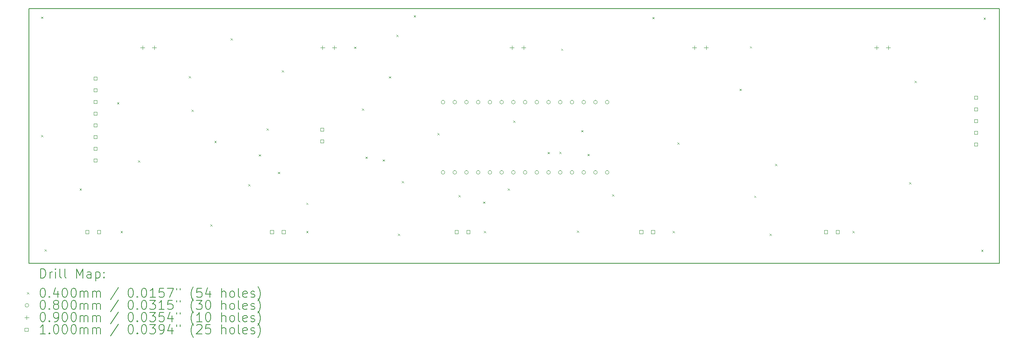
<source format=gbr>
%FSLAX45Y45*%
G04 Gerber Fmt 4.5, Leading zero omitted, Abs format (unit mm)*
G04 Created by KiCad (PCBNEW (6.0.0-0)) date 2024-09-02 12:42:08*
%MOMM*%
%LPD*%
G01*
G04 APERTURE LIST*
%TA.AperFunction,Profile*%
%ADD10C,0.150000*%
%TD*%
%ADD11C,0.200000*%
%ADD12C,0.040000*%
%ADD13C,0.080000*%
%ADD14C,0.090000*%
%ADD15C,0.100000*%
G04 APERTURE END LIST*
D10*
X26202500Y-10582500D02*
X5187500Y-10582500D01*
X5187500Y-10582500D02*
X5187500Y-5055000D01*
X5187500Y-5055000D02*
X26202500Y-5055000D01*
X26202500Y-5055000D02*
X26202500Y-10582500D01*
D11*
D12*
X5447500Y-7800000D02*
X5487500Y-7840000D01*
X5487500Y-7800000D02*
X5447500Y-7840000D01*
X5450000Y-5227500D02*
X5490000Y-5267500D01*
X5490000Y-5227500D02*
X5450000Y-5267500D01*
X5522500Y-10277500D02*
X5562500Y-10317500D01*
X5562500Y-10277500D02*
X5522500Y-10317500D01*
X6282500Y-8957500D02*
X6322500Y-8997500D01*
X6322500Y-8957500D02*
X6282500Y-8997500D01*
X7095000Y-7085000D02*
X7135000Y-7125000D01*
X7135000Y-7085000D02*
X7095000Y-7125000D01*
X7170000Y-9880000D02*
X7210000Y-9920000D01*
X7210000Y-9880000D02*
X7170000Y-9920000D01*
X7547500Y-8347500D02*
X7587500Y-8387500D01*
X7587500Y-8347500D02*
X7547500Y-8387500D01*
X8650000Y-6520000D02*
X8690000Y-6560000D01*
X8690000Y-6520000D02*
X8650000Y-6560000D01*
X8705000Y-7250000D02*
X8745000Y-7290000D01*
X8745000Y-7250000D02*
X8705000Y-7290000D01*
X9115000Y-9735000D02*
X9155000Y-9775000D01*
X9155000Y-9735000D02*
X9115000Y-9775000D01*
X9202500Y-7925000D02*
X9242500Y-7965000D01*
X9242500Y-7925000D02*
X9202500Y-7965000D01*
X9555000Y-5697500D02*
X9595000Y-5737500D01*
X9595000Y-5697500D02*
X9555000Y-5737500D01*
X9932500Y-8867500D02*
X9972500Y-8907500D01*
X9972500Y-8867500D02*
X9932500Y-8907500D01*
X10165000Y-8217500D02*
X10205000Y-8257500D01*
X10205000Y-8217500D02*
X10165000Y-8257500D01*
X10335000Y-7652500D02*
X10375000Y-7692500D01*
X10375000Y-7652500D02*
X10335000Y-7692500D01*
X10581250Y-8598750D02*
X10621250Y-8638750D01*
X10621250Y-8598750D02*
X10581250Y-8638750D01*
X10662500Y-6395000D02*
X10702500Y-6435000D01*
X10702500Y-6395000D02*
X10662500Y-6435000D01*
X11192500Y-9267500D02*
X11232500Y-9307500D01*
X11232500Y-9267500D02*
X11192500Y-9307500D01*
X11192500Y-9880000D02*
X11232500Y-9920000D01*
X11232500Y-9880000D02*
X11192500Y-9920000D01*
X12227500Y-5880000D02*
X12267500Y-5920000D01*
X12267500Y-5880000D02*
X12227500Y-5920000D01*
X12397500Y-7220000D02*
X12437500Y-7260000D01*
X12437500Y-7220000D02*
X12397500Y-7260000D01*
X12472500Y-8267500D02*
X12512500Y-8307500D01*
X12512500Y-8267500D02*
X12472500Y-8307500D01*
X12850000Y-8327500D02*
X12890000Y-8367500D01*
X12890000Y-8327500D02*
X12850000Y-8367500D01*
X12980000Y-6525000D02*
X13020000Y-6565000D01*
X13020000Y-6525000D02*
X12980000Y-6565000D01*
X13145000Y-5622500D02*
X13185000Y-5662500D01*
X13185000Y-5622500D02*
X13145000Y-5662500D01*
X13175000Y-9937500D02*
X13215000Y-9977500D01*
X13215000Y-9937500D02*
X13175000Y-9977500D01*
X13260000Y-8797500D02*
X13300000Y-8837500D01*
X13300000Y-8797500D02*
X13260000Y-8837500D01*
X13520000Y-5200000D02*
X13560000Y-5240000D01*
X13560000Y-5200000D02*
X13520000Y-5240000D01*
X14032500Y-7757500D02*
X14072500Y-7797500D01*
X14072500Y-7757500D02*
X14032500Y-7797500D01*
X14487500Y-9100000D02*
X14527500Y-9140000D01*
X14527500Y-9100000D02*
X14487500Y-9140000D01*
X15022500Y-9242500D02*
X15062500Y-9282500D01*
X15062500Y-9242500D02*
X15022500Y-9282500D01*
X15037500Y-9880000D02*
X15077500Y-9920000D01*
X15077500Y-9880000D02*
X15037500Y-9920000D01*
X15557500Y-8957500D02*
X15597500Y-8997500D01*
X15597500Y-8957500D02*
X15557500Y-8997500D01*
X15672500Y-7487500D02*
X15712500Y-7527500D01*
X15712500Y-7487500D02*
X15672500Y-7527500D01*
X16420000Y-8167500D02*
X16460000Y-8207500D01*
X16460000Y-8167500D02*
X16420000Y-8207500D01*
X16674000Y-8163500D02*
X16714000Y-8203500D01*
X16714000Y-8163500D02*
X16674000Y-8203500D01*
X16712500Y-5922500D02*
X16752500Y-5962500D01*
X16752500Y-5922500D02*
X16712500Y-5962500D01*
X17052500Y-9870000D02*
X17092500Y-9910000D01*
X17092500Y-9870000D02*
X17052500Y-9910000D01*
X17147500Y-7692500D02*
X17187500Y-7732500D01*
X17187500Y-7692500D02*
X17147500Y-7732500D01*
X17282500Y-8210000D02*
X17322500Y-8250000D01*
X17322500Y-8210000D02*
X17282500Y-8250000D01*
X17817500Y-9082500D02*
X17857500Y-9122500D01*
X17857500Y-9082500D02*
X17817500Y-9122500D01*
X18690000Y-5237500D02*
X18730000Y-5277500D01*
X18730000Y-5237500D02*
X18690000Y-5277500D01*
X19130000Y-9880000D02*
X19170000Y-9920000D01*
X19170000Y-9880000D02*
X19130000Y-9920000D01*
X19232500Y-7957500D02*
X19272500Y-7997500D01*
X19272500Y-7957500D02*
X19232500Y-7997500D01*
X20577500Y-6795000D02*
X20617500Y-6835000D01*
X20617500Y-6795000D02*
X20577500Y-6835000D01*
X20802500Y-5872500D02*
X20842500Y-5912500D01*
X20842500Y-5872500D02*
X20802500Y-5912500D01*
X20895000Y-9115000D02*
X20935000Y-9155000D01*
X20935000Y-9115000D02*
X20895000Y-9155000D01*
X21230000Y-9937500D02*
X21270000Y-9977500D01*
X21270000Y-9937500D02*
X21230000Y-9977500D01*
X21347500Y-8427500D02*
X21387500Y-8467500D01*
X21387500Y-8427500D02*
X21347500Y-8467500D01*
X23025000Y-9880000D02*
X23065000Y-9920000D01*
X23065000Y-9880000D02*
X23025000Y-9920000D01*
X24250000Y-8825000D02*
X24290000Y-8865000D01*
X24290000Y-8825000D02*
X24250000Y-8865000D01*
X24367500Y-6620000D02*
X24407500Y-6660000D01*
X24407500Y-6620000D02*
X24367500Y-6660000D01*
X25815000Y-10287500D02*
X25855000Y-10327500D01*
X25855000Y-10287500D02*
X25815000Y-10327500D01*
X25865000Y-5250000D02*
X25905000Y-5290000D01*
X25905000Y-5250000D02*
X25865000Y-5290000D01*
D13*
X14194000Y-7083000D02*
G75*
G03*
X14194000Y-7083000I-40000J0D01*
G01*
X14194000Y-8607000D02*
G75*
G03*
X14194000Y-8607000I-40000J0D01*
G01*
X14448000Y-7083000D02*
G75*
G03*
X14448000Y-7083000I-40000J0D01*
G01*
X14448000Y-8607000D02*
G75*
G03*
X14448000Y-8607000I-40000J0D01*
G01*
X14702000Y-7083000D02*
G75*
G03*
X14702000Y-7083000I-40000J0D01*
G01*
X14702000Y-8607000D02*
G75*
G03*
X14702000Y-8607000I-40000J0D01*
G01*
X14956000Y-7083000D02*
G75*
G03*
X14956000Y-7083000I-40000J0D01*
G01*
X14956000Y-8607000D02*
G75*
G03*
X14956000Y-8607000I-40000J0D01*
G01*
X15210000Y-7083000D02*
G75*
G03*
X15210000Y-7083000I-40000J0D01*
G01*
X15210000Y-8607000D02*
G75*
G03*
X15210000Y-8607000I-40000J0D01*
G01*
X15464000Y-7083000D02*
G75*
G03*
X15464000Y-7083000I-40000J0D01*
G01*
X15464000Y-8607000D02*
G75*
G03*
X15464000Y-8607000I-40000J0D01*
G01*
X15718000Y-7083000D02*
G75*
G03*
X15718000Y-7083000I-40000J0D01*
G01*
X15718000Y-8607000D02*
G75*
G03*
X15718000Y-8607000I-40000J0D01*
G01*
X15972000Y-7083000D02*
G75*
G03*
X15972000Y-7083000I-40000J0D01*
G01*
X15972000Y-8607000D02*
G75*
G03*
X15972000Y-8607000I-40000J0D01*
G01*
X16226000Y-7083000D02*
G75*
G03*
X16226000Y-7083000I-40000J0D01*
G01*
X16226000Y-8607000D02*
G75*
G03*
X16226000Y-8607000I-40000J0D01*
G01*
X16480000Y-7083000D02*
G75*
G03*
X16480000Y-7083000I-40000J0D01*
G01*
X16480000Y-8607000D02*
G75*
G03*
X16480000Y-8607000I-40000J0D01*
G01*
X16734000Y-7083000D02*
G75*
G03*
X16734000Y-7083000I-40000J0D01*
G01*
X16734000Y-8607000D02*
G75*
G03*
X16734000Y-8607000I-40000J0D01*
G01*
X16988000Y-7083000D02*
G75*
G03*
X16988000Y-7083000I-40000J0D01*
G01*
X16988000Y-8607000D02*
G75*
G03*
X16988000Y-8607000I-40000J0D01*
G01*
X17242000Y-7083000D02*
G75*
G03*
X17242000Y-7083000I-40000J0D01*
G01*
X17242000Y-8607000D02*
G75*
G03*
X17242000Y-8607000I-40000J0D01*
G01*
X17496000Y-7083000D02*
G75*
G03*
X17496000Y-7083000I-40000J0D01*
G01*
X17496000Y-8607000D02*
G75*
G03*
X17496000Y-8607000I-40000J0D01*
G01*
X17750000Y-7083000D02*
G75*
G03*
X17750000Y-7083000I-40000J0D01*
G01*
X17750000Y-8607000D02*
G75*
G03*
X17750000Y-8607000I-40000J0D01*
G01*
D14*
X7646000Y-5855000D02*
X7646000Y-5945000D01*
X7601000Y-5900000D02*
X7691000Y-5900000D01*
X7900000Y-5855000D02*
X7900000Y-5945000D01*
X7855000Y-5900000D02*
X7945000Y-5900000D01*
X11546000Y-5855000D02*
X11546000Y-5945000D01*
X11501000Y-5900000D02*
X11591000Y-5900000D01*
X11800000Y-5855000D02*
X11800000Y-5945000D01*
X11755000Y-5900000D02*
X11845000Y-5900000D01*
X15646000Y-5855000D02*
X15646000Y-5945000D01*
X15601000Y-5900000D02*
X15691000Y-5900000D01*
X15900000Y-5855000D02*
X15900000Y-5945000D01*
X15855000Y-5900000D02*
X15945000Y-5900000D01*
X19600000Y-5855000D02*
X19600000Y-5945000D01*
X19555000Y-5900000D02*
X19645000Y-5900000D01*
X19854000Y-5855000D02*
X19854000Y-5945000D01*
X19809000Y-5900000D02*
X19899000Y-5900000D01*
X23546000Y-5855000D02*
X23546000Y-5945000D01*
X23501000Y-5900000D02*
X23591000Y-5900000D01*
X23800000Y-5855000D02*
X23800000Y-5945000D01*
X23755000Y-5900000D02*
X23845000Y-5900000D01*
D15*
X6481356Y-9935356D02*
X6481356Y-9864644D01*
X6410644Y-9864644D01*
X6410644Y-9935356D01*
X6481356Y-9935356D01*
X6660356Y-6604856D02*
X6660356Y-6534144D01*
X6589644Y-6534144D01*
X6589644Y-6604856D01*
X6660356Y-6604856D01*
X6660356Y-6858856D02*
X6660356Y-6788144D01*
X6589644Y-6788144D01*
X6589644Y-6858856D01*
X6660356Y-6858856D01*
X6660356Y-7112856D02*
X6660356Y-7042144D01*
X6589644Y-7042144D01*
X6589644Y-7112856D01*
X6660356Y-7112856D01*
X6660356Y-7366856D02*
X6660356Y-7296144D01*
X6589644Y-7296144D01*
X6589644Y-7366856D01*
X6660356Y-7366856D01*
X6660356Y-7620856D02*
X6660356Y-7550144D01*
X6589644Y-7550144D01*
X6589644Y-7620856D01*
X6660356Y-7620856D01*
X6660356Y-7874856D02*
X6660356Y-7804144D01*
X6589644Y-7804144D01*
X6589644Y-7874856D01*
X6660356Y-7874856D01*
X6660356Y-8128856D02*
X6660356Y-8058144D01*
X6589644Y-8058144D01*
X6589644Y-8128856D01*
X6660356Y-8128856D01*
X6660356Y-8382856D02*
X6660356Y-8312144D01*
X6589644Y-8312144D01*
X6589644Y-8382856D01*
X6660356Y-8382856D01*
X6735356Y-9935356D02*
X6735356Y-9864644D01*
X6664644Y-9864644D01*
X6664644Y-9935356D01*
X6735356Y-9935356D01*
X10481356Y-9935356D02*
X10481356Y-9864644D01*
X10410644Y-9864644D01*
X10410644Y-9935356D01*
X10481356Y-9935356D01*
X10735356Y-9935356D02*
X10735356Y-9864644D01*
X10664644Y-9864644D01*
X10664644Y-9935356D01*
X10735356Y-9935356D01*
X11567856Y-7716356D02*
X11567856Y-7645644D01*
X11497144Y-7645644D01*
X11497144Y-7716356D01*
X11567856Y-7716356D01*
X11567856Y-7970356D02*
X11567856Y-7899644D01*
X11497144Y-7899644D01*
X11497144Y-7970356D01*
X11567856Y-7970356D01*
X14481356Y-9935356D02*
X14481356Y-9864644D01*
X14410644Y-9864644D01*
X14410644Y-9935356D01*
X14481356Y-9935356D01*
X14735356Y-9935356D02*
X14735356Y-9864644D01*
X14664644Y-9864644D01*
X14664644Y-9935356D01*
X14735356Y-9935356D01*
X18481356Y-9935356D02*
X18481356Y-9864644D01*
X18410644Y-9864644D01*
X18410644Y-9935356D01*
X18481356Y-9935356D01*
X18735356Y-9935356D02*
X18735356Y-9864644D01*
X18664644Y-9864644D01*
X18664644Y-9935356D01*
X18735356Y-9935356D01*
X22481356Y-9935356D02*
X22481356Y-9864644D01*
X22410644Y-9864644D01*
X22410644Y-9935356D01*
X22481356Y-9935356D01*
X22735356Y-9935356D02*
X22735356Y-9864644D01*
X22664644Y-9864644D01*
X22664644Y-9935356D01*
X22735356Y-9935356D01*
X25735356Y-7019356D02*
X25735356Y-6948644D01*
X25664644Y-6948644D01*
X25664644Y-7019356D01*
X25735356Y-7019356D01*
X25735356Y-7273356D02*
X25735356Y-7202644D01*
X25664644Y-7202644D01*
X25664644Y-7273356D01*
X25735356Y-7273356D01*
X25735356Y-7527356D02*
X25735356Y-7456644D01*
X25664644Y-7456644D01*
X25664644Y-7527356D01*
X25735356Y-7527356D01*
X25735356Y-7781356D02*
X25735356Y-7710644D01*
X25664644Y-7710644D01*
X25664644Y-7781356D01*
X25735356Y-7781356D01*
X25735356Y-8035356D02*
X25735356Y-7964644D01*
X25664644Y-7964644D01*
X25664644Y-8035356D01*
X25735356Y-8035356D01*
D11*
X5437619Y-10900476D02*
X5437619Y-10700476D01*
X5485238Y-10700476D01*
X5513810Y-10710000D01*
X5532857Y-10729048D01*
X5542381Y-10748095D01*
X5551905Y-10786190D01*
X5551905Y-10814762D01*
X5542381Y-10852857D01*
X5532857Y-10871905D01*
X5513810Y-10890952D01*
X5485238Y-10900476D01*
X5437619Y-10900476D01*
X5637619Y-10900476D02*
X5637619Y-10767143D01*
X5637619Y-10805238D02*
X5647143Y-10786190D01*
X5656667Y-10776667D01*
X5675714Y-10767143D01*
X5694762Y-10767143D01*
X5761428Y-10900476D02*
X5761428Y-10767143D01*
X5761428Y-10700476D02*
X5751905Y-10710000D01*
X5761428Y-10719524D01*
X5770952Y-10710000D01*
X5761428Y-10700476D01*
X5761428Y-10719524D01*
X5885238Y-10900476D02*
X5866190Y-10890952D01*
X5856667Y-10871905D01*
X5856667Y-10700476D01*
X5990000Y-10900476D02*
X5970952Y-10890952D01*
X5961428Y-10871905D01*
X5961428Y-10700476D01*
X6218571Y-10900476D02*
X6218571Y-10700476D01*
X6285238Y-10843333D01*
X6351905Y-10700476D01*
X6351905Y-10900476D01*
X6532857Y-10900476D02*
X6532857Y-10795714D01*
X6523333Y-10776667D01*
X6504286Y-10767143D01*
X6466190Y-10767143D01*
X6447143Y-10776667D01*
X6532857Y-10890952D02*
X6513809Y-10900476D01*
X6466190Y-10900476D01*
X6447143Y-10890952D01*
X6437619Y-10871905D01*
X6437619Y-10852857D01*
X6447143Y-10833810D01*
X6466190Y-10824286D01*
X6513809Y-10824286D01*
X6532857Y-10814762D01*
X6628095Y-10767143D02*
X6628095Y-10967143D01*
X6628095Y-10776667D02*
X6647143Y-10767143D01*
X6685238Y-10767143D01*
X6704286Y-10776667D01*
X6713809Y-10786190D01*
X6723333Y-10805238D01*
X6723333Y-10862381D01*
X6713809Y-10881429D01*
X6704286Y-10890952D01*
X6685238Y-10900476D01*
X6647143Y-10900476D01*
X6628095Y-10890952D01*
X6809048Y-10881429D02*
X6818571Y-10890952D01*
X6809048Y-10900476D01*
X6799524Y-10890952D01*
X6809048Y-10881429D01*
X6809048Y-10900476D01*
X6809048Y-10776667D02*
X6818571Y-10786190D01*
X6809048Y-10795714D01*
X6799524Y-10786190D01*
X6809048Y-10776667D01*
X6809048Y-10795714D01*
D12*
X5140000Y-11210000D02*
X5180000Y-11250000D01*
X5180000Y-11210000D02*
X5140000Y-11250000D01*
D11*
X5475714Y-11120476D02*
X5494762Y-11120476D01*
X5513810Y-11130000D01*
X5523333Y-11139524D01*
X5532857Y-11158571D01*
X5542381Y-11196667D01*
X5542381Y-11244286D01*
X5532857Y-11282381D01*
X5523333Y-11301428D01*
X5513810Y-11310952D01*
X5494762Y-11320476D01*
X5475714Y-11320476D01*
X5456667Y-11310952D01*
X5447143Y-11301428D01*
X5437619Y-11282381D01*
X5428095Y-11244286D01*
X5428095Y-11196667D01*
X5437619Y-11158571D01*
X5447143Y-11139524D01*
X5456667Y-11130000D01*
X5475714Y-11120476D01*
X5628095Y-11301428D02*
X5637619Y-11310952D01*
X5628095Y-11320476D01*
X5618571Y-11310952D01*
X5628095Y-11301428D01*
X5628095Y-11320476D01*
X5809048Y-11187143D02*
X5809048Y-11320476D01*
X5761428Y-11110952D02*
X5713809Y-11253809D01*
X5837619Y-11253809D01*
X5951905Y-11120476D02*
X5970952Y-11120476D01*
X5990000Y-11130000D01*
X5999524Y-11139524D01*
X6009048Y-11158571D01*
X6018571Y-11196667D01*
X6018571Y-11244286D01*
X6009048Y-11282381D01*
X5999524Y-11301428D01*
X5990000Y-11310952D01*
X5970952Y-11320476D01*
X5951905Y-11320476D01*
X5932857Y-11310952D01*
X5923333Y-11301428D01*
X5913809Y-11282381D01*
X5904286Y-11244286D01*
X5904286Y-11196667D01*
X5913809Y-11158571D01*
X5923333Y-11139524D01*
X5932857Y-11130000D01*
X5951905Y-11120476D01*
X6142381Y-11120476D02*
X6161428Y-11120476D01*
X6180476Y-11130000D01*
X6190000Y-11139524D01*
X6199524Y-11158571D01*
X6209048Y-11196667D01*
X6209048Y-11244286D01*
X6199524Y-11282381D01*
X6190000Y-11301428D01*
X6180476Y-11310952D01*
X6161428Y-11320476D01*
X6142381Y-11320476D01*
X6123333Y-11310952D01*
X6113809Y-11301428D01*
X6104286Y-11282381D01*
X6094762Y-11244286D01*
X6094762Y-11196667D01*
X6104286Y-11158571D01*
X6113809Y-11139524D01*
X6123333Y-11130000D01*
X6142381Y-11120476D01*
X6294762Y-11320476D02*
X6294762Y-11187143D01*
X6294762Y-11206190D02*
X6304286Y-11196667D01*
X6323333Y-11187143D01*
X6351905Y-11187143D01*
X6370952Y-11196667D01*
X6380476Y-11215714D01*
X6380476Y-11320476D01*
X6380476Y-11215714D02*
X6390000Y-11196667D01*
X6409048Y-11187143D01*
X6437619Y-11187143D01*
X6456667Y-11196667D01*
X6466190Y-11215714D01*
X6466190Y-11320476D01*
X6561428Y-11320476D02*
X6561428Y-11187143D01*
X6561428Y-11206190D02*
X6570952Y-11196667D01*
X6590000Y-11187143D01*
X6618571Y-11187143D01*
X6637619Y-11196667D01*
X6647143Y-11215714D01*
X6647143Y-11320476D01*
X6647143Y-11215714D02*
X6656667Y-11196667D01*
X6675714Y-11187143D01*
X6704286Y-11187143D01*
X6723333Y-11196667D01*
X6732857Y-11215714D01*
X6732857Y-11320476D01*
X7123333Y-11110952D02*
X6951905Y-11368095D01*
X7380476Y-11120476D02*
X7399524Y-11120476D01*
X7418571Y-11130000D01*
X7428095Y-11139524D01*
X7437619Y-11158571D01*
X7447143Y-11196667D01*
X7447143Y-11244286D01*
X7437619Y-11282381D01*
X7428095Y-11301428D01*
X7418571Y-11310952D01*
X7399524Y-11320476D01*
X7380476Y-11320476D01*
X7361428Y-11310952D01*
X7351905Y-11301428D01*
X7342381Y-11282381D01*
X7332857Y-11244286D01*
X7332857Y-11196667D01*
X7342381Y-11158571D01*
X7351905Y-11139524D01*
X7361428Y-11130000D01*
X7380476Y-11120476D01*
X7532857Y-11301428D02*
X7542381Y-11310952D01*
X7532857Y-11320476D01*
X7523333Y-11310952D01*
X7532857Y-11301428D01*
X7532857Y-11320476D01*
X7666190Y-11120476D02*
X7685238Y-11120476D01*
X7704286Y-11130000D01*
X7713809Y-11139524D01*
X7723333Y-11158571D01*
X7732857Y-11196667D01*
X7732857Y-11244286D01*
X7723333Y-11282381D01*
X7713809Y-11301428D01*
X7704286Y-11310952D01*
X7685238Y-11320476D01*
X7666190Y-11320476D01*
X7647143Y-11310952D01*
X7637619Y-11301428D01*
X7628095Y-11282381D01*
X7618571Y-11244286D01*
X7618571Y-11196667D01*
X7628095Y-11158571D01*
X7637619Y-11139524D01*
X7647143Y-11130000D01*
X7666190Y-11120476D01*
X7923333Y-11320476D02*
X7809048Y-11320476D01*
X7866190Y-11320476D02*
X7866190Y-11120476D01*
X7847143Y-11149048D01*
X7828095Y-11168095D01*
X7809048Y-11177619D01*
X8104286Y-11120476D02*
X8009048Y-11120476D01*
X7999524Y-11215714D01*
X8009048Y-11206190D01*
X8028095Y-11196667D01*
X8075714Y-11196667D01*
X8094762Y-11206190D01*
X8104286Y-11215714D01*
X8113809Y-11234762D01*
X8113809Y-11282381D01*
X8104286Y-11301428D01*
X8094762Y-11310952D01*
X8075714Y-11320476D01*
X8028095Y-11320476D01*
X8009048Y-11310952D01*
X7999524Y-11301428D01*
X8180476Y-11120476D02*
X8313809Y-11120476D01*
X8228095Y-11320476D01*
X8380476Y-11120476D02*
X8380476Y-11158571D01*
X8456667Y-11120476D02*
X8456667Y-11158571D01*
X8751905Y-11396667D02*
X8742381Y-11387143D01*
X8723333Y-11358571D01*
X8713810Y-11339524D01*
X8704286Y-11310952D01*
X8694762Y-11263333D01*
X8694762Y-11225238D01*
X8704286Y-11177619D01*
X8713810Y-11149048D01*
X8723333Y-11130000D01*
X8742381Y-11101429D01*
X8751905Y-11091905D01*
X8923333Y-11120476D02*
X8828095Y-11120476D01*
X8818571Y-11215714D01*
X8828095Y-11206190D01*
X8847143Y-11196667D01*
X8894762Y-11196667D01*
X8913810Y-11206190D01*
X8923333Y-11215714D01*
X8932857Y-11234762D01*
X8932857Y-11282381D01*
X8923333Y-11301428D01*
X8913810Y-11310952D01*
X8894762Y-11320476D01*
X8847143Y-11320476D01*
X8828095Y-11310952D01*
X8818571Y-11301428D01*
X9104286Y-11187143D02*
X9104286Y-11320476D01*
X9056667Y-11110952D02*
X9009048Y-11253809D01*
X9132857Y-11253809D01*
X9361429Y-11320476D02*
X9361429Y-11120476D01*
X9447143Y-11320476D02*
X9447143Y-11215714D01*
X9437619Y-11196667D01*
X9418571Y-11187143D01*
X9390000Y-11187143D01*
X9370952Y-11196667D01*
X9361429Y-11206190D01*
X9570952Y-11320476D02*
X9551905Y-11310952D01*
X9542381Y-11301428D01*
X9532857Y-11282381D01*
X9532857Y-11225238D01*
X9542381Y-11206190D01*
X9551905Y-11196667D01*
X9570952Y-11187143D01*
X9599524Y-11187143D01*
X9618571Y-11196667D01*
X9628095Y-11206190D01*
X9637619Y-11225238D01*
X9637619Y-11282381D01*
X9628095Y-11301428D01*
X9618571Y-11310952D01*
X9599524Y-11320476D01*
X9570952Y-11320476D01*
X9751905Y-11320476D02*
X9732857Y-11310952D01*
X9723333Y-11291905D01*
X9723333Y-11120476D01*
X9904286Y-11310952D02*
X9885238Y-11320476D01*
X9847143Y-11320476D01*
X9828095Y-11310952D01*
X9818571Y-11291905D01*
X9818571Y-11215714D01*
X9828095Y-11196667D01*
X9847143Y-11187143D01*
X9885238Y-11187143D01*
X9904286Y-11196667D01*
X9913810Y-11215714D01*
X9913810Y-11234762D01*
X9818571Y-11253809D01*
X9990000Y-11310952D02*
X10009048Y-11320476D01*
X10047143Y-11320476D01*
X10066190Y-11310952D01*
X10075714Y-11291905D01*
X10075714Y-11282381D01*
X10066190Y-11263333D01*
X10047143Y-11253809D01*
X10018571Y-11253809D01*
X9999524Y-11244286D01*
X9990000Y-11225238D01*
X9990000Y-11215714D01*
X9999524Y-11196667D01*
X10018571Y-11187143D01*
X10047143Y-11187143D01*
X10066190Y-11196667D01*
X10142381Y-11396667D02*
X10151905Y-11387143D01*
X10170952Y-11358571D01*
X10180476Y-11339524D01*
X10190000Y-11310952D01*
X10199524Y-11263333D01*
X10199524Y-11225238D01*
X10190000Y-11177619D01*
X10180476Y-11149048D01*
X10170952Y-11130000D01*
X10151905Y-11101429D01*
X10142381Y-11091905D01*
D13*
X5180000Y-11494000D02*
G75*
G03*
X5180000Y-11494000I-40000J0D01*
G01*
D11*
X5475714Y-11384476D02*
X5494762Y-11384476D01*
X5513810Y-11394000D01*
X5523333Y-11403524D01*
X5532857Y-11422571D01*
X5542381Y-11460667D01*
X5542381Y-11508286D01*
X5532857Y-11546381D01*
X5523333Y-11565428D01*
X5513810Y-11574952D01*
X5494762Y-11584476D01*
X5475714Y-11584476D01*
X5456667Y-11574952D01*
X5447143Y-11565428D01*
X5437619Y-11546381D01*
X5428095Y-11508286D01*
X5428095Y-11460667D01*
X5437619Y-11422571D01*
X5447143Y-11403524D01*
X5456667Y-11394000D01*
X5475714Y-11384476D01*
X5628095Y-11565428D02*
X5637619Y-11574952D01*
X5628095Y-11584476D01*
X5618571Y-11574952D01*
X5628095Y-11565428D01*
X5628095Y-11584476D01*
X5751905Y-11470190D02*
X5732857Y-11460667D01*
X5723333Y-11451143D01*
X5713809Y-11432095D01*
X5713809Y-11422571D01*
X5723333Y-11403524D01*
X5732857Y-11394000D01*
X5751905Y-11384476D01*
X5790000Y-11384476D01*
X5809048Y-11394000D01*
X5818571Y-11403524D01*
X5828095Y-11422571D01*
X5828095Y-11432095D01*
X5818571Y-11451143D01*
X5809048Y-11460667D01*
X5790000Y-11470190D01*
X5751905Y-11470190D01*
X5732857Y-11479714D01*
X5723333Y-11489238D01*
X5713809Y-11508286D01*
X5713809Y-11546381D01*
X5723333Y-11565428D01*
X5732857Y-11574952D01*
X5751905Y-11584476D01*
X5790000Y-11584476D01*
X5809048Y-11574952D01*
X5818571Y-11565428D01*
X5828095Y-11546381D01*
X5828095Y-11508286D01*
X5818571Y-11489238D01*
X5809048Y-11479714D01*
X5790000Y-11470190D01*
X5951905Y-11384476D02*
X5970952Y-11384476D01*
X5990000Y-11394000D01*
X5999524Y-11403524D01*
X6009048Y-11422571D01*
X6018571Y-11460667D01*
X6018571Y-11508286D01*
X6009048Y-11546381D01*
X5999524Y-11565428D01*
X5990000Y-11574952D01*
X5970952Y-11584476D01*
X5951905Y-11584476D01*
X5932857Y-11574952D01*
X5923333Y-11565428D01*
X5913809Y-11546381D01*
X5904286Y-11508286D01*
X5904286Y-11460667D01*
X5913809Y-11422571D01*
X5923333Y-11403524D01*
X5932857Y-11394000D01*
X5951905Y-11384476D01*
X6142381Y-11384476D02*
X6161428Y-11384476D01*
X6180476Y-11394000D01*
X6190000Y-11403524D01*
X6199524Y-11422571D01*
X6209048Y-11460667D01*
X6209048Y-11508286D01*
X6199524Y-11546381D01*
X6190000Y-11565428D01*
X6180476Y-11574952D01*
X6161428Y-11584476D01*
X6142381Y-11584476D01*
X6123333Y-11574952D01*
X6113809Y-11565428D01*
X6104286Y-11546381D01*
X6094762Y-11508286D01*
X6094762Y-11460667D01*
X6104286Y-11422571D01*
X6113809Y-11403524D01*
X6123333Y-11394000D01*
X6142381Y-11384476D01*
X6294762Y-11584476D02*
X6294762Y-11451143D01*
X6294762Y-11470190D02*
X6304286Y-11460667D01*
X6323333Y-11451143D01*
X6351905Y-11451143D01*
X6370952Y-11460667D01*
X6380476Y-11479714D01*
X6380476Y-11584476D01*
X6380476Y-11479714D02*
X6390000Y-11460667D01*
X6409048Y-11451143D01*
X6437619Y-11451143D01*
X6456667Y-11460667D01*
X6466190Y-11479714D01*
X6466190Y-11584476D01*
X6561428Y-11584476D02*
X6561428Y-11451143D01*
X6561428Y-11470190D02*
X6570952Y-11460667D01*
X6590000Y-11451143D01*
X6618571Y-11451143D01*
X6637619Y-11460667D01*
X6647143Y-11479714D01*
X6647143Y-11584476D01*
X6647143Y-11479714D02*
X6656667Y-11460667D01*
X6675714Y-11451143D01*
X6704286Y-11451143D01*
X6723333Y-11460667D01*
X6732857Y-11479714D01*
X6732857Y-11584476D01*
X7123333Y-11374952D02*
X6951905Y-11632095D01*
X7380476Y-11384476D02*
X7399524Y-11384476D01*
X7418571Y-11394000D01*
X7428095Y-11403524D01*
X7437619Y-11422571D01*
X7447143Y-11460667D01*
X7447143Y-11508286D01*
X7437619Y-11546381D01*
X7428095Y-11565428D01*
X7418571Y-11574952D01*
X7399524Y-11584476D01*
X7380476Y-11584476D01*
X7361428Y-11574952D01*
X7351905Y-11565428D01*
X7342381Y-11546381D01*
X7332857Y-11508286D01*
X7332857Y-11460667D01*
X7342381Y-11422571D01*
X7351905Y-11403524D01*
X7361428Y-11394000D01*
X7380476Y-11384476D01*
X7532857Y-11565428D02*
X7542381Y-11574952D01*
X7532857Y-11584476D01*
X7523333Y-11574952D01*
X7532857Y-11565428D01*
X7532857Y-11584476D01*
X7666190Y-11384476D02*
X7685238Y-11384476D01*
X7704286Y-11394000D01*
X7713809Y-11403524D01*
X7723333Y-11422571D01*
X7732857Y-11460667D01*
X7732857Y-11508286D01*
X7723333Y-11546381D01*
X7713809Y-11565428D01*
X7704286Y-11574952D01*
X7685238Y-11584476D01*
X7666190Y-11584476D01*
X7647143Y-11574952D01*
X7637619Y-11565428D01*
X7628095Y-11546381D01*
X7618571Y-11508286D01*
X7618571Y-11460667D01*
X7628095Y-11422571D01*
X7637619Y-11403524D01*
X7647143Y-11394000D01*
X7666190Y-11384476D01*
X7799524Y-11384476D02*
X7923333Y-11384476D01*
X7856667Y-11460667D01*
X7885238Y-11460667D01*
X7904286Y-11470190D01*
X7913809Y-11479714D01*
X7923333Y-11498762D01*
X7923333Y-11546381D01*
X7913809Y-11565428D01*
X7904286Y-11574952D01*
X7885238Y-11584476D01*
X7828095Y-11584476D01*
X7809048Y-11574952D01*
X7799524Y-11565428D01*
X8113809Y-11584476D02*
X7999524Y-11584476D01*
X8056667Y-11584476D02*
X8056667Y-11384476D01*
X8037619Y-11413048D01*
X8018571Y-11432095D01*
X7999524Y-11441619D01*
X8294762Y-11384476D02*
X8199524Y-11384476D01*
X8190000Y-11479714D01*
X8199524Y-11470190D01*
X8218571Y-11460667D01*
X8266190Y-11460667D01*
X8285238Y-11470190D01*
X8294762Y-11479714D01*
X8304286Y-11498762D01*
X8304286Y-11546381D01*
X8294762Y-11565428D01*
X8285238Y-11574952D01*
X8266190Y-11584476D01*
X8218571Y-11584476D01*
X8199524Y-11574952D01*
X8190000Y-11565428D01*
X8380476Y-11384476D02*
X8380476Y-11422571D01*
X8456667Y-11384476D02*
X8456667Y-11422571D01*
X8751905Y-11660667D02*
X8742381Y-11651143D01*
X8723333Y-11622571D01*
X8713810Y-11603524D01*
X8704286Y-11574952D01*
X8694762Y-11527333D01*
X8694762Y-11489238D01*
X8704286Y-11441619D01*
X8713810Y-11413048D01*
X8723333Y-11394000D01*
X8742381Y-11365428D01*
X8751905Y-11355905D01*
X8809048Y-11384476D02*
X8932857Y-11384476D01*
X8866190Y-11460667D01*
X8894762Y-11460667D01*
X8913810Y-11470190D01*
X8923333Y-11479714D01*
X8932857Y-11498762D01*
X8932857Y-11546381D01*
X8923333Y-11565428D01*
X8913810Y-11574952D01*
X8894762Y-11584476D01*
X8837619Y-11584476D01*
X8818571Y-11574952D01*
X8809048Y-11565428D01*
X9056667Y-11384476D02*
X9075714Y-11384476D01*
X9094762Y-11394000D01*
X9104286Y-11403524D01*
X9113810Y-11422571D01*
X9123333Y-11460667D01*
X9123333Y-11508286D01*
X9113810Y-11546381D01*
X9104286Y-11565428D01*
X9094762Y-11574952D01*
X9075714Y-11584476D01*
X9056667Y-11584476D01*
X9037619Y-11574952D01*
X9028095Y-11565428D01*
X9018571Y-11546381D01*
X9009048Y-11508286D01*
X9009048Y-11460667D01*
X9018571Y-11422571D01*
X9028095Y-11403524D01*
X9037619Y-11394000D01*
X9056667Y-11384476D01*
X9361429Y-11584476D02*
X9361429Y-11384476D01*
X9447143Y-11584476D02*
X9447143Y-11479714D01*
X9437619Y-11460667D01*
X9418571Y-11451143D01*
X9390000Y-11451143D01*
X9370952Y-11460667D01*
X9361429Y-11470190D01*
X9570952Y-11584476D02*
X9551905Y-11574952D01*
X9542381Y-11565428D01*
X9532857Y-11546381D01*
X9532857Y-11489238D01*
X9542381Y-11470190D01*
X9551905Y-11460667D01*
X9570952Y-11451143D01*
X9599524Y-11451143D01*
X9618571Y-11460667D01*
X9628095Y-11470190D01*
X9637619Y-11489238D01*
X9637619Y-11546381D01*
X9628095Y-11565428D01*
X9618571Y-11574952D01*
X9599524Y-11584476D01*
X9570952Y-11584476D01*
X9751905Y-11584476D02*
X9732857Y-11574952D01*
X9723333Y-11555905D01*
X9723333Y-11384476D01*
X9904286Y-11574952D02*
X9885238Y-11584476D01*
X9847143Y-11584476D01*
X9828095Y-11574952D01*
X9818571Y-11555905D01*
X9818571Y-11479714D01*
X9828095Y-11460667D01*
X9847143Y-11451143D01*
X9885238Y-11451143D01*
X9904286Y-11460667D01*
X9913810Y-11479714D01*
X9913810Y-11498762D01*
X9818571Y-11517809D01*
X9990000Y-11574952D02*
X10009048Y-11584476D01*
X10047143Y-11584476D01*
X10066190Y-11574952D01*
X10075714Y-11555905D01*
X10075714Y-11546381D01*
X10066190Y-11527333D01*
X10047143Y-11517809D01*
X10018571Y-11517809D01*
X9999524Y-11508286D01*
X9990000Y-11489238D01*
X9990000Y-11479714D01*
X9999524Y-11460667D01*
X10018571Y-11451143D01*
X10047143Y-11451143D01*
X10066190Y-11460667D01*
X10142381Y-11660667D02*
X10151905Y-11651143D01*
X10170952Y-11622571D01*
X10180476Y-11603524D01*
X10190000Y-11574952D01*
X10199524Y-11527333D01*
X10199524Y-11489238D01*
X10190000Y-11441619D01*
X10180476Y-11413048D01*
X10170952Y-11394000D01*
X10151905Y-11365428D01*
X10142381Y-11355905D01*
D14*
X5135000Y-11713000D02*
X5135000Y-11803000D01*
X5090000Y-11758000D02*
X5180000Y-11758000D01*
D11*
X5475714Y-11648476D02*
X5494762Y-11648476D01*
X5513810Y-11658000D01*
X5523333Y-11667524D01*
X5532857Y-11686571D01*
X5542381Y-11724667D01*
X5542381Y-11772286D01*
X5532857Y-11810381D01*
X5523333Y-11829428D01*
X5513810Y-11838952D01*
X5494762Y-11848476D01*
X5475714Y-11848476D01*
X5456667Y-11838952D01*
X5447143Y-11829428D01*
X5437619Y-11810381D01*
X5428095Y-11772286D01*
X5428095Y-11724667D01*
X5437619Y-11686571D01*
X5447143Y-11667524D01*
X5456667Y-11658000D01*
X5475714Y-11648476D01*
X5628095Y-11829428D02*
X5637619Y-11838952D01*
X5628095Y-11848476D01*
X5618571Y-11838952D01*
X5628095Y-11829428D01*
X5628095Y-11848476D01*
X5732857Y-11848476D02*
X5770952Y-11848476D01*
X5790000Y-11838952D01*
X5799524Y-11829428D01*
X5818571Y-11800857D01*
X5828095Y-11762762D01*
X5828095Y-11686571D01*
X5818571Y-11667524D01*
X5809048Y-11658000D01*
X5790000Y-11648476D01*
X5751905Y-11648476D01*
X5732857Y-11658000D01*
X5723333Y-11667524D01*
X5713809Y-11686571D01*
X5713809Y-11734190D01*
X5723333Y-11753238D01*
X5732857Y-11762762D01*
X5751905Y-11772286D01*
X5790000Y-11772286D01*
X5809048Y-11762762D01*
X5818571Y-11753238D01*
X5828095Y-11734190D01*
X5951905Y-11648476D02*
X5970952Y-11648476D01*
X5990000Y-11658000D01*
X5999524Y-11667524D01*
X6009048Y-11686571D01*
X6018571Y-11724667D01*
X6018571Y-11772286D01*
X6009048Y-11810381D01*
X5999524Y-11829428D01*
X5990000Y-11838952D01*
X5970952Y-11848476D01*
X5951905Y-11848476D01*
X5932857Y-11838952D01*
X5923333Y-11829428D01*
X5913809Y-11810381D01*
X5904286Y-11772286D01*
X5904286Y-11724667D01*
X5913809Y-11686571D01*
X5923333Y-11667524D01*
X5932857Y-11658000D01*
X5951905Y-11648476D01*
X6142381Y-11648476D02*
X6161428Y-11648476D01*
X6180476Y-11658000D01*
X6190000Y-11667524D01*
X6199524Y-11686571D01*
X6209048Y-11724667D01*
X6209048Y-11772286D01*
X6199524Y-11810381D01*
X6190000Y-11829428D01*
X6180476Y-11838952D01*
X6161428Y-11848476D01*
X6142381Y-11848476D01*
X6123333Y-11838952D01*
X6113809Y-11829428D01*
X6104286Y-11810381D01*
X6094762Y-11772286D01*
X6094762Y-11724667D01*
X6104286Y-11686571D01*
X6113809Y-11667524D01*
X6123333Y-11658000D01*
X6142381Y-11648476D01*
X6294762Y-11848476D02*
X6294762Y-11715143D01*
X6294762Y-11734190D02*
X6304286Y-11724667D01*
X6323333Y-11715143D01*
X6351905Y-11715143D01*
X6370952Y-11724667D01*
X6380476Y-11743714D01*
X6380476Y-11848476D01*
X6380476Y-11743714D02*
X6390000Y-11724667D01*
X6409048Y-11715143D01*
X6437619Y-11715143D01*
X6456667Y-11724667D01*
X6466190Y-11743714D01*
X6466190Y-11848476D01*
X6561428Y-11848476D02*
X6561428Y-11715143D01*
X6561428Y-11734190D02*
X6570952Y-11724667D01*
X6590000Y-11715143D01*
X6618571Y-11715143D01*
X6637619Y-11724667D01*
X6647143Y-11743714D01*
X6647143Y-11848476D01*
X6647143Y-11743714D02*
X6656667Y-11724667D01*
X6675714Y-11715143D01*
X6704286Y-11715143D01*
X6723333Y-11724667D01*
X6732857Y-11743714D01*
X6732857Y-11848476D01*
X7123333Y-11638952D02*
X6951905Y-11896095D01*
X7380476Y-11648476D02*
X7399524Y-11648476D01*
X7418571Y-11658000D01*
X7428095Y-11667524D01*
X7437619Y-11686571D01*
X7447143Y-11724667D01*
X7447143Y-11772286D01*
X7437619Y-11810381D01*
X7428095Y-11829428D01*
X7418571Y-11838952D01*
X7399524Y-11848476D01*
X7380476Y-11848476D01*
X7361428Y-11838952D01*
X7351905Y-11829428D01*
X7342381Y-11810381D01*
X7332857Y-11772286D01*
X7332857Y-11724667D01*
X7342381Y-11686571D01*
X7351905Y-11667524D01*
X7361428Y-11658000D01*
X7380476Y-11648476D01*
X7532857Y-11829428D02*
X7542381Y-11838952D01*
X7532857Y-11848476D01*
X7523333Y-11838952D01*
X7532857Y-11829428D01*
X7532857Y-11848476D01*
X7666190Y-11648476D02*
X7685238Y-11648476D01*
X7704286Y-11658000D01*
X7713809Y-11667524D01*
X7723333Y-11686571D01*
X7732857Y-11724667D01*
X7732857Y-11772286D01*
X7723333Y-11810381D01*
X7713809Y-11829428D01*
X7704286Y-11838952D01*
X7685238Y-11848476D01*
X7666190Y-11848476D01*
X7647143Y-11838952D01*
X7637619Y-11829428D01*
X7628095Y-11810381D01*
X7618571Y-11772286D01*
X7618571Y-11724667D01*
X7628095Y-11686571D01*
X7637619Y-11667524D01*
X7647143Y-11658000D01*
X7666190Y-11648476D01*
X7799524Y-11648476D02*
X7923333Y-11648476D01*
X7856667Y-11724667D01*
X7885238Y-11724667D01*
X7904286Y-11734190D01*
X7913809Y-11743714D01*
X7923333Y-11762762D01*
X7923333Y-11810381D01*
X7913809Y-11829428D01*
X7904286Y-11838952D01*
X7885238Y-11848476D01*
X7828095Y-11848476D01*
X7809048Y-11838952D01*
X7799524Y-11829428D01*
X8104286Y-11648476D02*
X8009048Y-11648476D01*
X7999524Y-11743714D01*
X8009048Y-11734190D01*
X8028095Y-11724667D01*
X8075714Y-11724667D01*
X8094762Y-11734190D01*
X8104286Y-11743714D01*
X8113809Y-11762762D01*
X8113809Y-11810381D01*
X8104286Y-11829428D01*
X8094762Y-11838952D01*
X8075714Y-11848476D01*
X8028095Y-11848476D01*
X8009048Y-11838952D01*
X7999524Y-11829428D01*
X8285238Y-11715143D02*
X8285238Y-11848476D01*
X8237619Y-11638952D02*
X8190000Y-11781809D01*
X8313809Y-11781809D01*
X8380476Y-11648476D02*
X8380476Y-11686571D01*
X8456667Y-11648476D02*
X8456667Y-11686571D01*
X8751905Y-11924667D02*
X8742381Y-11915143D01*
X8723333Y-11886571D01*
X8713810Y-11867524D01*
X8704286Y-11838952D01*
X8694762Y-11791333D01*
X8694762Y-11753238D01*
X8704286Y-11705619D01*
X8713810Y-11677048D01*
X8723333Y-11658000D01*
X8742381Y-11629428D01*
X8751905Y-11619905D01*
X8932857Y-11848476D02*
X8818571Y-11848476D01*
X8875714Y-11848476D02*
X8875714Y-11648476D01*
X8856667Y-11677048D01*
X8837619Y-11696095D01*
X8818571Y-11705619D01*
X9056667Y-11648476D02*
X9075714Y-11648476D01*
X9094762Y-11658000D01*
X9104286Y-11667524D01*
X9113810Y-11686571D01*
X9123333Y-11724667D01*
X9123333Y-11772286D01*
X9113810Y-11810381D01*
X9104286Y-11829428D01*
X9094762Y-11838952D01*
X9075714Y-11848476D01*
X9056667Y-11848476D01*
X9037619Y-11838952D01*
X9028095Y-11829428D01*
X9018571Y-11810381D01*
X9009048Y-11772286D01*
X9009048Y-11724667D01*
X9018571Y-11686571D01*
X9028095Y-11667524D01*
X9037619Y-11658000D01*
X9056667Y-11648476D01*
X9361429Y-11848476D02*
X9361429Y-11648476D01*
X9447143Y-11848476D02*
X9447143Y-11743714D01*
X9437619Y-11724667D01*
X9418571Y-11715143D01*
X9390000Y-11715143D01*
X9370952Y-11724667D01*
X9361429Y-11734190D01*
X9570952Y-11848476D02*
X9551905Y-11838952D01*
X9542381Y-11829428D01*
X9532857Y-11810381D01*
X9532857Y-11753238D01*
X9542381Y-11734190D01*
X9551905Y-11724667D01*
X9570952Y-11715143D01*
X9599524Y-11715143D01*
X9618571Y-11724667D01*
X9628095Y-11734190D01*
X9637619Y-11753238D01*
X9637619Y-11810381D01*
X9628095Y-11829428D01*
X9618571Y-11838952D01*
X9599524Y-11848476D01*
X9570952Y-11848476D01*
X9751905Y-11848476D02*
X9732857Y-11838952D01*
X9723333Y-11819905D01*
X9723333Y-11648476D01*
X9904286Y-11838952D02*
X9885238Y-11848476D01*
X9847143Y-11848476D01*
X9828095Y-11838952D01*
X9818571Y-11819905D01*
X9818571Y-11743714D01*
X9828095Y-11724667D01*
X9847143Y-11715143D01*
X9885238Y-11715143D01*
X9904286Y-11724667D01*
X9913810Y-11743714D01*
X9913810Y-11762762D01*
X9818571Y-11781809D01*
X9990000Y-11838952D02*
X10009048Y-11848476D01*
X10047143Y-11848476D01*
X10066190Y-11838952D01*
X10075714Y-11819905D01*
X10075714Y-11810381D01*
X10066190Y-11791333D01*
X10047143Y-11781809D01*
X10018571Y-11781809D01*
X9999524Y-11772286D01*
X9990000Y-11753238D01*
X9990000Y-11743714D01*
X9999524Y-11724667D01*
X10018571Y-11715143D01*
X10047143Y-11715143D01*
X10066190Y-11724667D01*
X10142381Y-11924667D02*
X10151905Y-11915143D01*
X10170952Y-11886571D01*
X10180476Y-11867524D01*
X10190000Y-11838952D01*
X10199524Y-11791333D01*
X10199524Y-11753238D01*
X10190000Y-11705619D01*
X10180476Y-11677048D01*
X10170952Y-11658000D01*
X10151905Y-11629428D01*
X10142381Y-11619905D01*
D15*
X5165356Y-12057356D02*
X5165356Y-11986644D01*
X5094644Y-11986644D01*
X5094644Y-12057356D01*
X5165356Y-12057356D01*
D11*
X5542381Y-12112476D02*
X5428095Y-12112476D01*
X5485238Y-12112476D02*
X5485238Y-11912476D01*
X5466190Y-11941048D01*
X5447143Y-11960095D01*
X5428095Y-11969619D01*
X5628095Y-12093428D02*
X5637619Y-12102952D01*
X5628095Y-12112476D01*
X5618571Y-12102952D01*
X5628095Y-12093428D01*
X5628095Y-12112476D01*
X5761428Y-11912476D02*
X5780476Y-11912476D01*
X5799524Y-11922000D01*
X5809048Y-11931524D01*
X5818571Y-11950571D01*
X5828095Y-11988667D01*
X5828095Y-12036286D01*
X5818571Y-12074381D01*
X5809048Y-12093428D01*
X5799524Y-12102952D01*
X5780476Y-12112476D01*
X5761428Y-12112476D01*
X5742381Y-12102952D01*
X5732857Y-12093428D01*
X5723333Y-12074381D01*
X5713809Y-12036286D01*
X5713809Y-11988667D01*
X5723333Y-11950571D01*
X5732857Y-11931524D01*
X5742381Y-11922000D01*
X5761428Y-11912476D01*
X5951905Y-11912476D02*
X5970952Y-11912476D01*
X5990000Y-11922000D01*
X5999524Y-11931524D01*
X6009048Y-11950571D01*
X6018571Y-11988667D01*
X6018571Y-12036286D01*
X6009048Y-12074381D01*
X5999524Y-12093428D01*
X5990000Y-12102952D01*
X5970952Y-12112476D01*
X5951905Y-12112476D01*
X5932857Y-12102952D01*
X5923333Y-12093428D01*
X5913809Y-12074381D01*
X5904286Y-12036286D01*
X5904286Y-11988667D01*
X5913809Y-11950571D01*
X5923333Y-11931524D01*
X5932857Y-11922000D01*
X5951905Y-11912476D01*
X6142381Y-11912476D02*
X6161428Y-11912476D01*
X6180476Y-11922000D01*
X6190000Y-11931524D01*
X6199524Y-11950571D01*
X6209048Y-11988667D01*
X6209048Y-12036286D01*
X6199524Y-12074381D01*
X6190000Y-12093428D01*
X6180476Y-12102952D01*
X6161428Y-12112476D01*
X6142381Y-12112476D01*
X6123333Y-12102952D01*
X6113809Y-12093428D01*
X6104286Y-12074381D01*
X6094762Y-12036286D01*
X6094762Y-11988667D01*
X6104286Y-11950571D01*
X6113809Y-11931524D01*
X6123333Y-11922000D01*
X6142381Y-11912476D01*
X6294762Y-12112476D02*
X6294762Y-11979143D01*
X6294762Y-11998190D02*
X6304286Y-11988667D01*
X6323333Y-11979143D01*
X6351905Y-11979143D01*
X6370952Y-11988667D01*
X6380476Y-12007714D01*
X6380476Y-12112476D01*
X6380476Y-12007714D02*
X6390000Y-11988667D01*
X6409048Y-11979143D01*
X6437619Y-11979143D01*
X6456667Y-11988667D01*
X6466190Y-12007714D01*
X6466190Y-12112476D01*
X6561428Y-12112476D02*
X6561428Y-11979143D01*
X6561428Y-11998190D02*
X6570952Y-11988667D01*
X6590000Y-11979143D01*
X6618571Y-11979143D01*
X6637619Y-11988667D01*
X6647143Y-12007714D01*
X6647143Y-12112476D01*
X6647143Y-12007714D02*
X6656667Y-11988667D01*
X6675714Y-11979143D01*
X6704286Y-11979143D01*
X6723333Y-11988667D01*
X6732857Y-12007714D01*
X6732857Y-12112476D01*
X7123333Y-11902952D02*
X6951905Y-12160095D01*
X7380476Y-11912476D02*
X7399524Y-11912476D01*
X7418571Y-11922000D01*
X7428095Y-11931524D01*
X7437619Y-11950571D01*
X7447143Y-11988667D01*
X7447143Y-12036286D01*
X7437619Y-12074381D01*
X7428095Y-12093428D01*
X7418571Y-12102952D01*
X7399524Y-12112476D01*
X7380476Y-12112476D01*
X7361428Y-12102952D01*
X7351905Y-12093428D01*
X7342381Y-12074381D01*
X7332857Y-12036286D01*
X7332857Y-11988667D01*
X7342381Y-11950571D01*
X7351905Y-11931524D01*
X7361428Y-11922000D01*
X7380476Y-11912476D01*
X7532857Y-12093428D02*
X7542381Y-12102952D01*
X7532857Y-12112476D01*
X7523333Y-12102952D01*
X7532857Y-12093428D01*
X7532857Y-12112476D01*
X7666190Y-11912476D02*
X7685238Y-11912476D01*
X7704286Y-11922000D01*
X7713809Y-11931524D01*
X7723333Y-11950571D01*
X7732857Y-11988667D01*
X7732857Y-12036286D01*
X7723333Y-12074381D01*
X7713809Y-12093428D01*
X7704286Y-12102952D01*
X7685238Y-12112476D01*
X7666190Y-12112476D01*
X7647143Y-12102952D01*
X7637619Y-12093428D01*
X7628095Y-12074381D01*
X7618571Y-12036286D01*
X7618571Y-11988667D01*
X7628095Y-11950571D01*
X7637619Y-11931524D01*
X7647143Y-11922000D01*
X7666190Y-11912476D01*
X7799524Y-11912476D02*
X7923333Y-11912476D01*
X7856667Y-11988667D01*
X7885238Y-11988667D01*
X7904286Y-11998190D01*
X7913809Y-12007714D01*
X7923333Y-12026762D01*
X7923333Y-12074381D01*
X7913809Y-12093428D01*
X7904286Y-12102952D01*
X7885238Y-12112476D01*
X7828095Y-12112476D01*
X7809048Y-12102952D01*
X7799524Y-12093428D01*
X8018571Y-12112476D02*
X8056667Y-12112476D01*
X8075714Y-12102952D01*
X8085238Y-12093428D01*
X8104286Y-12064857D01*
X8113809Y-12026762D01*
X8113809Y-11950571D01*
X8104286Y-11931524D01*
X8094762Y-11922000D01*
X8075714Y-11912476D01*
X8037619Y-11912476D01*
X8018571Y-11922000D01*
X8009048Y-11931524D01*
X7999524Y-11950571D01*
X7999524Y-11998190D01*
X8009048Y-12017238D01*
X8018571Y-12026762D01*
X8037619Y-12036286D01*
X8075714Y-12036286D01*
X8094762Y-12026762D01*
X8104286Y-12017238D01*
X8113809Y-11998190D01*
X8285238Y-11979143D02*
X8285238Y-12112476D01*
X8237619Y-11902952D02*
X8190000Y-12045809D01*
X8313809Y-12045809D01*
X8380476Y-11912476D02*
X8380476Y-11950571D01*
X8456667Y-11912476D02*
X8456667Y-11950571D01*
X8751905Y-12188667D02*
X8742381Y-12179143D01*
X8723333Y-12150571D01*
X8713810Y-12131524D01*
X8704286Y-12102952D01*
X8694762Y-12055333D01*
X8694762Y-12017238D01*
X8704286Y-11969619D01*
X8713810Y-11941048D01*
X8723333Y-11922000D01*
X8742381Y-11893428D01*
X8751905Y-11883905D01*
X8818571Y-11931524D02*
X8828095Y-11922000D01*
X8847143Y-11912476D01*
X8894762Y-11912476D01*
X8913810Y-11922000D01*
X8923333Y-11931524D01*
X8932857Y-11950571D01*
X8932857Y-11969619D01*
X8923333Y-11998190D01*
X8809048Y-12112476D01*
X8932857Y-12112476D01*
X9113810Y-11912476D02*
X9018571Y-11912476D01*
X9009048Y-12007714D01*
X9018571Y-11998190D01*
X9037619Y-11988667D01*
X9085238Y-11988667D01*
X9104286Y-11998190D01*
X9113810Y-12007714D01*
X9123333Y-12026762D01*
X9123333Y-12074381D01*
X9113810Y-12093428D01*
X9104286Y-12102952D01*
X9085238Y-12112476D01*
X9037619Y-12112476D01*
X9018571Y-12102952D01*
X9009048Y-12093428D01*
X9361429Y-12112476D02*
X9361429Y-11912476D01*
X9447143Y-12112476D02*
X9447143Y-12007714D01*
X9437619Y-11988667D01*
X9418571Y-11979143D01*
X9390000Y-11979143D01*
X9370952Y-11988667D01*
X9361429Y-11998190D01*
X9570952Y-12112476D02*
X9551905Y-12102952D01*
X9542381Y-12093428D01*
X9532857Y-12074381D01*
X9532857Y-12017238D01*
X9542381Y-11998190D01*
X9551905Y-11988667D01*
X9570952Y-11979143D01*
X9599524Y-11979143D01*
X9618571Y-11988667D01*
X9628095Y-11998190D01*
X9637619Y-12017238D01*
X9637619Y-12074381D01*
X9628095Y-12093428D01*
X9618571Y-12102952D01*
X9599524Y-12112476D01*
X9570952Y-12112476D01*
X9751905Y-12112476D02*
X9732857Y-12102952D01*
X9723333Y-12083905D01*
X9723333Y-11912476D01*
X9904286Y-12102952D02*
X9885238Y-12112476D01*
X9847143Y-12112476D01*
X9828095Y-12102952D01*
X9818571Y-12083905D01*
X9818571Y-12007714D01*
X9828095Y-11988667D01*
X9847143Y-11979143D01*
X9885238Y-11979143D01*
X9904286Y-11988667D01*
X9913810Y-12007714D01*
X9913810Y-12026762D01*
X9818571Y-12045809D01*
X9990000Y-12102952D02*
X10009048Y-12112476D01*
X10047143Y-12112476D01*
X10066190Y-12102952D01*
X10075714Y-12083905D01*
X10075714Y-12074381D01*
X10066190Y-12055333D01*
X10047143Y-12045809D01*
X10018571Y-12045809D01*
X9999524Y-12036286D01*
X9990000Y-12017238D01*
X9990000Y-12007714D01*
X9999524Y-11988667D01*
X10018571Y-11979143D01*
X10047143Y-11979143D01*
X10066190Y-11988667D01*
X10142381Y-12188667D02*
X10151905Y-12179143D01*
X10170952Y-12150571D01*
X10180476Y-12131524D01*
X10190000Y-12102952D01*
X10199524Y-12055333D01*
X10199524Y-12017238D01*
X10190000Y-11969619D01*
X10180476Y-11941048D01*
X10170952Y-11922000D01*
X10151905Y-11893428D01*
X10142381Y-11883905D01*
M02*

</source>
